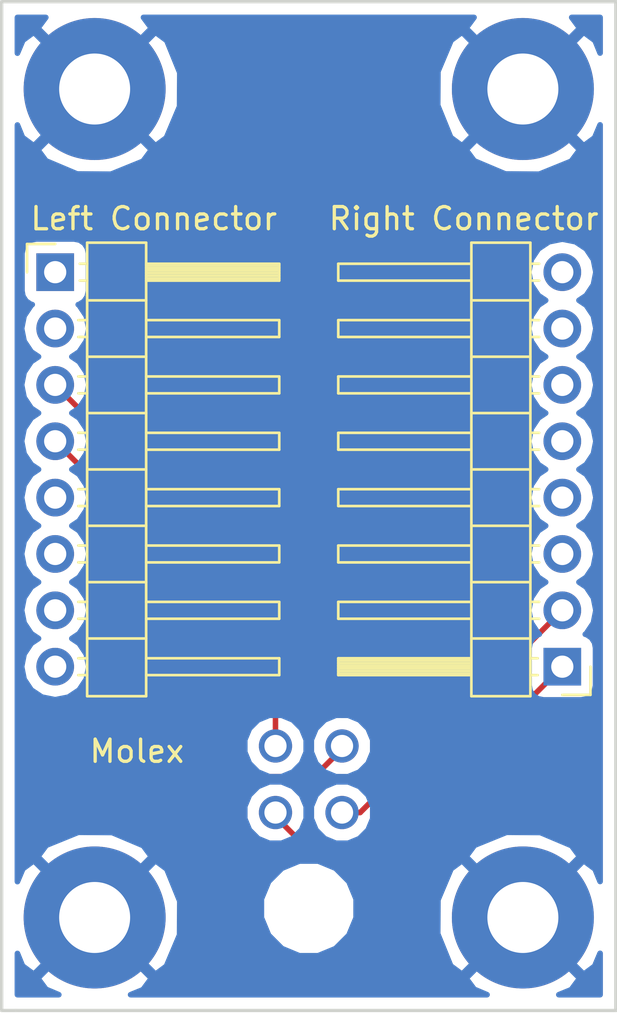
<source format=kicad_pcb>
(kicad_pcb (version 4) (host pcbnew 4.0.7)

  (general
    (links 7)
    (no_connects 0)
    (area 135.433999 77.502 163.270001 126.678)
    (thickness 1.6)
    (drawings 6)
    (tracks 16)
    (zones 0)
    (modules 7)
    (nets 18)
  )

  (page A4)
  (layers
    (0 F.Cu signal)
    (31 B.Cu signal)
    (32 B.Adhes user)
    (33 F.Adhes user)
    (34 B.Paste user)
    (35 F.Paste user)
    (36 B.SilkS user)
    (37 F.SilkS user)
    (38 B.Mask user)
    (39 F.Mask user)
    (40 Dwgs.User user)
    (41 Cmts.User user)
    (42 Eco1.User user)
    (43 Eco2.User user)
    (44 Edge.Cuts user)
    (45 Margin user)
    (46 B.CrtYd user)
    (47 F.CrtYd user)
    (48 B.Fab user)
    (49 F.Fab user)
  )

  (setup
    (last_trace_width 0.25)
    (trace_clearance 0.2)
    (zone_clearance 0.508)
    (zone_45_only no)
    (trace_min 0.2)
    (segment_width 0.2)
    (edge_width 0.15)
    (via_size 0.6)
    (via_drill 0.4)
    (via_min_size 0.4)
    (via_min_drill 0.3)
    (uvia_size 0.3)
    (uvia_drill 0.1)
    (uvias_allowed no)
    (uvia_min_size 0.2)
    (uvia_min_drill 0.1)
    (pcb_text_width 0.3)
    (pcb_text_size 1.5 1.5)
    (mod_edge_width 0.15)
    (mod_text_size 1 1)
    (mod_text_width 0.15)
    (pad_size 1.524 1.524)
    (pad_drill 0.762)
    (pad_to_mask_clearance 0.2)
    (aux_axis_origin 0 0)
    (visible_elements 7FFFFFFF)
    (pcbplotparams
      (layerselection 0x01030_80000001)
      (usegerberextensions false)
      (excludeedgelayer true)
      (linewidth 0.100000)
      (plotframeref false)
      (viasonmask false)
      (mode 1)
      (useauxorigin false)
      (hpglpennumber 1)
      (hpglpenspeed 20)
      (hpglpendiameter 15)
      (hpglpenoverlay 2)
      (psnegative false)
      (psa4output false)
      (plotreference true)
      (plotvalue false)
      (plotinvisibletext false)
      (padsonsilk false)
      (subtractmaskfromsilk false)
      (outputformat 1)
      (mirror false)
      (drillshape 0)
      (scaleselection 1)
      (outputdirectory Gerbers/))
  )

  (net 0 "")
  (net 1 "Net-(L_Conn1-Pad1)")
  (net 2 "Net-(L_Conn1-Pad2)")
  (net 3 "Net-(L_Conn1-Pad3)")
  (net 4 "Net-(L_Conn1-Pad4)")
  (net 5 "Net-(L_Conn1-Pad5)")
  (net 6 "Net-(L_Conn1-Pad6)")
  (net 7 "Net-(Molex1-Pad1)")
  (net 8 "Net-(Molex1-Pad2)")
  (net 9 "Net-(R_Conn1-Pad3)")
  (net 10 "Net-(R_Conn1-Pad4)")
  (net 11 GND)
  (net 12 "Net-(L_Conn1-Pad7)")
  (net 13 "Net-(L_Conn1-Pad8)")
  (net 14 "Net-(R_Conn1-Pad5)")
  (net 15 "Net-(R_Conn1-Pad6)")
  (net 16 "Net-(R_Conn1-Pad7)")
  (net 17 "Net-(R_Conn1-Pad8)")

  (net_class Default "This is the default net class."
    (clearance 0.2)
    (trace_width 0.25)
    (via_dia 0.6)
    (via_drill 0.4)
    (uvia_dia 0.3)
    (uvia_drill 0.1)
    (add_net GND)
    (add_net "Net-(L_Conn1-Pad1)")
    (add_net "Net-(L_Conn1-Pad2)")
    (add_net "Net-(L_Conn1-Pad3)")
    (add_net "Net-(L_Conn1-Pad4)")
    (add_net "Net-(L_Conn1-Pad5)")
    (add_net "Net-(L_Conn1-Pad6)")
    (add_net "Net-(L_Conn1-Pad7)")
    (add_net "Net-(L_Conn1-Pad8)")
    (add_net "Net-(Molex1-Pad1)")
    (add_net "Net-(Molex1-Pad2)")
    (add_net "Net-(R_Conn1-Pad3)")
    (add_net "Net-(R_Conn1-Pad4)")
    (add_net "Net-(R_Conn1-Pad5)")
    (add_net "Net-(R_Conn1-Pad6)")
    (add_net "Net-(R_Conn1-Pad7)")
    (add_net "Net-(R_Conn1-Pad8)")
  )

  (module SOAR_Library:Molex_Micro-Fit_3.0_43045-0400_2x02_P3.00mm_Horizontal (layer F.Cu) (tedit 5AEE3DC5) (tstamp 5AECA044)
    (at 149.352 124.206)
    (descr "Molex Micro-Fit 3.0 Connector System, 43045-0410 (compatible alternatives: 43045-0411, 43045-0409), 2 Pins per row (http://www.molex.com/pdm_docs/sd/430450210_sd.pdf), generated with kicad-footprint-generator")
    (tags "connector Molex Micro-Fit_3.0 top entry")
    (path /5AEC9F7F)
    (attr smd)
    (fp_text reference Molex (at -7.747 -11.684) (layer F.SilkS)
      (effects (font (size 1 1) (thickness 0.15)))
    )
    (fp_text value Conn_01x04_Male (at 0 1.397) (layer F.Fab) hide
      (effects (font (size 1 1) (thickness 0.15)))
    )
    (fp_line (start 5.4 -13) (end -5.4 -13) (layer F.CrtYd) (width 0.15))
    (fp_line (start 5.4 -3.1) (end 5.4 -13) (layer F.CrtYd) (width 0.15))
    (fp_line (start 4.3 0.5) (end 5.4 -3.1) (layer F.CrtYd) (width 0.15))
    (fp_line (start -4.3 0.5) (end 4.3 0.5) (layer F.CrtYd) (width 0.15))
    (fp_line (start -5.4 -3.2) (end -4.3 0.5) (layer F.CrtYd) (width 0.15))
    (fp_line (start -5.4 -13) (end -5.4 -3.2) (layer F.CrtYd) (width 0.15))
    (fp_line (start 0 0) (end -3.825 0) (layer F.Fab) (width 0.1))
    (fp_line (start -4.825 -3.17) (end -3.825 0) (layer F.Fab) (width 0.1))
    (fp_line (start -4.825 -9.91) (end -4.825 -3.17) (layer F.Fab) (width 0.1))
    (fp_line (start -4.825 -9.91) (end 4.825 -9.91) (layer F.Fab) (width 0.1))
    (fp_line (start 0 0) (end 3.825 0) (layer F.Fab) (width 0.1))
    (fp_line (start 4.8257 -3.17) (end 3.825 0) (layer F.Fab) (width 0.1))
    (fp_line (start 4.825 -9.91) (end 4.825 -3.17) (layer F.Fab) (width 0.1))
    (pad "" np_thru_hole circle (at 0 -4.6 180) (size 3 3) (drill 3) (layers *.Cu *.Mask))
    (pad 1 thru_hole circle (at 1.5 -8.92 180) (size 1.5 1.5) (drill 1) (layers *.Cu *.Mask)
      (net 7 "Net-(Molex1-Pad1)"))
    (pad 2 thru_hole circle (at -1.5 -8.92 180) (size 1.5 1.5) (drill 1) (layers *.Cu *.Mask)
      (net 8 "Net-(Molex1-Pad2)"))
    (pad 3 thru_hole circle (at 1.5 -11.92 180) (size 1.5 1.5) (drill 1) (layers *.Cu *.Mask)
      (net 4 "Net-(L_Conn1-Pad4)"))
    (pad 4 thru_hole circle (at -1.5 -11.92 180) (size 1.5 1.5) (drill 1) (layers *.Cu *.Mask)
      (net 3 "Net-(L_Conn1-Pad3)"))
    (model ${KISYS3DMOD}/Connector_Molex.3dshapes/Molex_Micro-Fit_3.0_43045-0410_2x02-1MP_P3.00mm_Horizontal.wrl
      (at (xyz 0 0 0))
      (scale (xyz 1 1 1))
      (rotate (xyz 0 0 0))
    )
  )

  (module Mounting_Holes:MountingHole_3.2mm_M3_Pad (layer F.Cu) (tedit 5AEE3E68) (tstamp 5AEDD096)
    (at 159.004 82.677)
    (descr "Mounting Hole 3.2mm, M3")
    (tags "mounting hole 3.2mm m3")
    (path /5AEDD0BF)
    (attr virtual)
    (fp_text reference J1 (at 0 -4.2) (layer F.SilkS) hide
      (effects (font (size 1 1) (thickness 0.15)))
    )
    (fp_text value TEST_1P (at 0 4.2) (layer F.Fab) hide
      (effects (font (size 1 1) (thickness 0.15)))
    )
    (fp_text user %R (at 0.3 0) (layer F.Fab)
      (effects (font (size 1 1) (thickness 0.15)))
    )
    (fp_circle (center 0 0) (end 3.2 0) (layer Cmts.User) (width 0.15))
    (fp_circle (center 0 0) (end 3.45 0) (layer F.CrtYd) (width 0.05))
    (pad 1 thru_hole circle (at 0 0) (size 6.4 6.4) (drill 3.2) (layers *.Cu *.Mask)
      (net 11 GND))
  )

  (module Mounting_Holes:MountingHole_3.2mm_M3_Pad (layer F.Cu) (tedit 5AEE3E5F) (tstamp 5AEDD09B)
    (at 139.7 82.677)
    (descr "Mounting Hole 3.2mm, M3")
    (tags "mounting hole 3.2mm m3")
    (path /5AEDCFB8)
    (attr virtual)
    (fp_text reference J2 (at 0 -4.2) (layer F.SilkS) hide
      (effects (font (size 1 1) (thickness 0.15)))
    )
    (fp_text value TEST_1P (at 0 4.2) (layer F.Fab) hide
      (effects (font (size 1 1) (thickness 0.15)))
    )
    (fp_text user %R (at 0.3 0) (layer F.Fab)
      (effects (font (size 1 1) (thickness 0.15)))
    )
    (fp_circle (center 0 0) (end 3.2 0) (layer Cmts.User) (width 0.15))
    (fp_circle (center 0 0) (end 3.45 0) (layer F.CrtYd) (width 0.05))
    (pad 1 thru_hole circle (at 0 0) (size 6.4 6.4) (drill 3.2) (layers *.Cu *.Mask)
      (net 11 GND))
  )

  (module Mounting_Holes:MountingHole_3.2mm_M3_Pad (layer F.Cu) (tedit 5AEE3DCE) (tstamp 5AEDD0A0)
    (at 139.7 120.015)
    (descr "Mounting Hole 3.2mm, M3")
    (tags "mounting hole 3.2mm m3")
    (path /5AEDD164)
    (attr virtual)
    (fp_text reference J3 (at 0 -4.2) (layer F.SilkS) hide
      (effects (font (size 1 1) (thickness 0.15)))
    )
    (fp_text value TEST_1P (at 0 4.2) (layer F.Fab) hide
      (effects (font (size 1 1) (thickness 0.15)))
    )
    (fp_text user %R (at 0.3 0) (layer F.Fab)
      (effects (font (size 1 1) (thickness 0.15)))
    )
    (fp_circle (center 0 0) (end 3.2 0) (layer Cmts.User) (width 0.15))
    (fp_circle (center 0 0) (end 3.45 0) (layer F.CrtYd) (width 0.05))
    (pad 1 thru_hole circle (at 0 0) (size 6.4 6.4) (drill 3.2) (layers *.Cu *.Mask)
      (net 11 GND))
  )

  (module Mounting_Holes:MountingHole_3.2mm_M3_Pad (layer F.Cu) (tedit 5AEE3DD8) (tstamp 5AEDD0A5)
    (at 159.004 120.015)
    (descr "Mounting Hole 3.2mm, M3")
    (tags "mounting hole 3.2mm m3")
    (path /5AEDD1A6)
    (attr virtual)
    (fp_text reference J4 (at 0 -4.2) (layer F.SilkS) hide
      (effects (font (size 1 1) (thickness 0.15)))
    )
    (fp_text value TEST_1P (at 0 4.2) (layer F.Fab) hide
      (effects (font (size 1 1) (thickness 0.15)))
    )
    (fp_text user %R (at 0.3 0) (layer F.Fab)
      (effects (font (size 1 1) (thickness 0.15)))
    )
    (fp_circle (center 0 0) (end 3.2 0) (layer Cmts.User) (width 0.15))
    (fp_circle (center 0 0) (end 3.45 0) (layer F.CrtYd) (width 0.05))
    (pad 1 thru_hole circle (at 0 0) (size 6.4 6.4) (drill 3.2) (layers *.Cu *.Mask)
      (net 11 GND))
  )

  (module Pin_Headers:Pin_Header_Angled_1x08_Pitch2.54mm (layer F.Cu) (tedit 5AEE3E51) (tstamp 5AEE3140)
    (at 137.922 90.932)
    (descr "Through hole angled pin header, 1x08, 2.54mm pitch, 6mm pin length, single row")
    (tags "Through hole angled pin header THT 1x08 2.54mm single row")
    (path /5AEE312A)
    (fp_text reference "Left Connector" (at 4.445 -2.413) (layer F.SilkS)
      (effects (font (size 1 1) (thickness 0.15)))
    )
    (fp_text value Conn_01x08_Male (at 4.699 20.193) (layer F.Fab) hide
      (effects (font (size 1 1) (thickness 0.15)))
    )
    (fp_line (start 2.135 -1.27) (end 4.04 -1.27) (layer F.Fab) (width 0.1))
    (fp_line (start 4.04 -1.27) (end 4.04 19.05) (layer F.Fab) (width 0.1))
    (fp_line (start 4.04 19.05) (end 1.5 19.05) (layer F.Fab) (width 0.1))
    (fp_line (start 1.5 19.05) (end 1.5 -0.635) (layer F.Fab) (width 0.1))
    (fp_line (start 1.5 -0.635) (end 2.135 -1.27) (layer F.Fab) (width 0.1))
    (fp_line (start -0.32 -0.32) (end 1.5 -0.32) (layer F.Fab) (width 0.1))
    (fp_line (start -0.32 -0.32) (end -0.32 0.32) (layer F.Fab) (width 0.1))
    (fp_line (start -0.32 0.32) (end 1.5 0.32) (layer F.Fab) (width 0.1))
    (fp_line (start 4.04 -0.32) (end 10.04 -0.32) (layer F.Fab) (width 0.1))
    (fp_line (start 10.04 -0.32) (end 10.04 0.32) (layer F.Fab) (width 0.1))
    (fp_line (start 4.04 0.32) (end 10.04 0.32) (layer F.Fab) (width 0.1))
    (fp_line (start -0.32 2.22) (end 1.5 2.22) (layer F.Fab) (width 0.1))
    (fp_line (start -0.32 2.22) (end -0.32 2.86) (layer F.Fab) (width 0.1))
    (fp_line (start -0.32 2.86) (end 1.5 2.86) (layer F.Fab) (width 0.1))
    (fp_line (start 4.04 2.22) (end 10.04 2.22) (layer F.Fab) (width 0.1))
    (fp_line (start 10.04 2.22) (end 10.04 2.86) (layer F.Fab) (width 0.1))
    (fp_line (start 4.04 2.86) (end 10.04 2.86) (layer F.Fab) (width 0.1))
    (fp_line (start -0.32 4.76) (end 1.5 4.76) (layer F.Fab) (width 0.1))
    (fp_line (start -0.32 4.76) (end -0.32 5.4) (layer F.Fab) (width 0.1))
    (fp_line (start -0.32 5.4) (end 1.5 5.4) (layer F.Fab) (width 0.1))
    (fp_line (start 4.04 4.76) (end 10.04 4.76) (layer F.Fab) (width 0.1))
    (fp_line (start 10.04 4.76) (end 10.04 5.4) (layer F.Fab) (width 0.1))
    (fp_line (start 4.04 5.4) (end 10.04 5.4) (layer F.Fab) (width 0.1))
    (fp_line (start -0.32 7.3) (end 1.5 7.3) (layer F.Fab) (width 0.1))
    (fp_line (start -0.32 7.3) (end -0.32 7.94) (layer F.Fab) (width 0.1))
    (fp_line (start -0.32 7.94) (end 1.5 7.94) (layer F.Fab) (width 0.1))
    (fp_line (start 4.04 7.3) (end 10.04 7.3) (layer F.Fab) (width 0.1))
    (fp_line (start 10.04 7.3) (end 10.04 7.94) (layer F.Fab) (width 0.1))
    (fp_line (start 4.04 7.94) (end 10.04 7.94) (layer F.Fab) (width 0.1))
    (fp_line (start -0.32 9.84) (end 1.5 9.84) (layer F.Fab) (width 0.1))
    (fp_line (start -0.32 9.84) (end -0.32 10.48) (layer F.Fab) (width 0.1))
    (fp_line (start -0.32 10.48) (end 1.5 10.48) (layer F.Fab) (width 0.1))
    (fp_line (start 4.04 9.84) (end 10.04 9.84) (layer F.Fab) (width 0.1))
    (fp_line (start 10.04 9.84) (end 10.04 10.48) (layer F.Fab) (width 0.1))
    (fp_line (start 4.04 10.48) (end 10.04 10.48) (layer F.Fab) (width 0.1))
    (fp_line (start -0.32 12.38) (end 1.5 12.38) (layer F.Fab) (width 0.1))
    (fp_line (start -0.32 12.38) (end -0.32 13.02) (layer F.Fab) (width 0.1))
    (fp_line (start -0.32 13.02) (end 1.5 13.02) (layer F.Fab) (width 0.1))
    (fp_line (start 4.04 12.38) (end 10.04 12.38) (layer F.Fab) (width 0.1))
    (fp_line (start 10.04 12.38) (end 10.04 13.02) (layer F.Fab) (width 0.1))
    (fp_line (start 4.04 13.02) (end 10.04 13.02) (layer F.Fab) (width 0.1))
    (fp_line (start -0.32 14.92) (end 1.5 14.92) (layer F.Fab) (width 0.1))
    (fp_line (start -0.32 14.92) (end -0.32 15.56) (layer F.Fab) (width 0.1))
    (fp_line (start -0.32 15.56) (end 1.5 15.56) (layer F.Fab) (width 0.1))
    (fp_line (start 4.04 14.92) (end 10.04 14.92) (layer F.Fab) (width 0.1))
    (fp_line (start 10.04 14.92) (end 10.04 15.56) (layer F.Fab) (width 0.1))
    (fp_line (start 4.04 15.56) (end 10.04 15.56) (layer F.Fab) (width 0.1))
    (fp_line (start -0.32 17.46) (end 1.5 17.46) (layer F.Fab) (width 0.1))
    (fp_line (start -0.32 17.46) (end -0.32 18.1) (layer F.Fab) (width 0.1))
    (fp_line (start -0.32 18.1) (end 1.5 18.1) (layer F.Fab) (width 0.1))
    (fp_line (start 4.04 17.46) (end 10.04 17.46) (layer F.Fab) (width 0.1))
    (fp_line (start 10.04 17.46) (end 10.04 18.1) (layer F.Fab) (width 0.1))
    (fp_line (start 4.04 18.1) (end 10.04 18.1) (layer F.Fab) (width 0.1))
    (fp_line (start 1.44 -1.33) (end 1.44 19.11) (layer F.SilkS) (width 0.12))
    (fp_line (start 1.44 19.11) (end 4.1 19.11) (layer F.SilkS) (width 0.12))
    (fp_line (start 4.1 19.11) (end 4.1 -1.33) (layer F.SilkS) (width 0.12))
    (fp_line (start 4.1 -1.33) (end 1.44 -1.33) (layer F.SilkS) (width 0.12))
    (fp_line (start 4.1 -0.38) (end 10.1 -0.38) (layer F.SilkS) (width 0.12))
    (fp_line (start 10.1 -0.38) (end 10.1 0.38) (layer F.SilkS) (width 0.12))
    (fp_line (start 10.1 0.38) (end 4.1 0.38) (layer F.SilkS) (width 0.12))
    (fp_line (start 4.1 -0.32) (end 10.1 -0.32) (layer F.SilkS) (width 0.12))
    (fp_line (start 4.1 -0.2) (end 10.1 -0.2) (layer F.SilkS) (width 0.12))
    (fp_line (start 4.1 -0.08) (end 10.1 -0.08) (layer F.SilkS) (width 0.12))
    (fp_line (start 4.1 0.04) (end 10.1 0.04) (layer F.SilkS) (width 0.12))
    (fp_line (start 4.1 0.16) (end 10.1 0.16) (layer F.SilkS) (width 0.12))
    (fp_line (start 4.1 0.28) (end 10.1 0.28) (layer F.SilkS) (width 0.12))
    (fp_line (start 1.11 -0.38) (end 1.44 -0.38) (layer F.SilkS) (width 0.12))
    (fp_line (start 1.11 0.38) (end 1.44 0.38) (layer F.SilkS) (width 0.12))
    (fp_line (start 1.44 1.27) (end 4.1 1.27) (layer F.SilkS) (width 0.12))
    (fp_line (start 4.1 2.16) (end 10.1 2.16) (layer F.SilkS) (width 0.12))
    (fp_line (start 10.1 2.16) (end 10.1 2.92) (layer F.SilkS) (width 0.12))
    (fp_line (start 10.1 2.92) (end 4.1 2.92) (layer F.SilkS) (width 0.12))
    (fp_line (start 1.042929 2.16) (end 1.44 2.16) (layer F.SilkS) (width 0.12))
    (fp_line (start 1.042929 2.92) (end 1.44 2.92) (layer F.SilkS) (width 0.12))
    (fp_line (start 1.44 3.81) (end 4.1 3.81) (layer F.SilkS) (width 0.12))
    (fp_line (start 4.1 4.7) (end 10.1 4.7) (layer F.SilkS) (width 0.12))
    (fp_line (start 10.1 4.7) (end 10.1 5.46) (layer F.SilkS) (width 0.12))
    (fp_line (start 10.1 5.46) (end 4.1 5.46) (layer F.SilkS) (width 0.12))
    (fp_line (start 1.042929 4.7) (end 1.44 4.7) (layer F.SilkS) (width 0.12))
    (fp_line (start 1.042929 5.46) (end 1.44 5.46) (layer F.SilkS) (width 0.12))
    (fp_line (start 1.44 6.35) (end 4.1 6.35) (layer F.SilkS) (width 0.12))
    (fp_line (start 4.1 7.24) (end 10.1 7.24) (layer F.SilkS) (width 0.12))
    (fp_line (start 10.1 7.24) (end 10.1 8) (layer F.SilkS) (width 0.12))
    (fp_line (start 10.1 8) (end 4.1 8) (layer F.SilkS) (width 0.12))
    (fp_line (start 1.042929 7.24) (end 1.44 7.24) (layer F.SilkS) (width 0.12))
    (fp_line (start 1.042929 8) (end 1.44 8) (layer F.SilkS) (width 0.12))
    (fp_line (start 1.44 8.89) (end 4.1 8.89) (layer F.SilkS) (width 0.12))
    (fp_line (start 4.1 9.78) (end 10.1 9.78) (layer F.SilkS) (width 0.12))
    (fp_line (start 10.1 9.78) (end 10.1 10.54) (layer F.SilkS) (width 0.12))
    (fp_line (start 10.1 10.54) (end 4.1 10.54) (layer F.SilkS) (width 0.12))
    (fp_line (start 1.042929 9.78) (end 1.44 9.78) (layer F.SilkS) (width 0.12))
    (fp_line (start 1.042929 10.54) (end 1.44 10.54) (layer F.SilkS) (width 0.12))
    (fp_line (start 1.44 11.43) (end 4.1 11.43) (layer F.SilkS) (width 0.12))
    (fp_line (start 4.1 12.32) (end 10.1 12.32) (layer F.SilkS) (width 0.12))
    (fp_line (start 10.1 12.32) (end 10.1 13.08) (layer F.SilkS) (width 0.12))
    (fp_line (start 10.1 13.08) (end 4.1 13.08) (layer F.SilkS) (width 0.12))
    (fp_line (start 1.042929 12.32) (end 1.44 12.32) (layer F.SilkS) (width 0.12))
    (fp_line (start 1.042929 13.08) (end 1.44 13.08) (layer F.SilkS) (width 0.12))
    (fp_line (start 1.44 13.97) (end 4.1 13.97) (layer F.SilkS) (width 0.12))
    (fp_line (start 4.1 14.86) (end 10.1 14.86) (layer F.SilkS) (width 0.12))
    (fp_line (start 10.1 14.86) (end 10.1 15.62) (layer F.SilkS) (width 0.12))
    (fp_line (start 10.1 15.62) (end 4.1 15.62) (layer F.SilkS) (width 0.12))
    (fp_line (start 1.042929 14.86) (end 1.44 14.86) (layer F.SilkS) (width 0.12))
    (fp_line (start 1.042929 15.62) (end 1.44 15.62) (layer F.SilkS) (width 0.12))
    (fp_line (start 1.44 16.51) (end 4.1 16.51) (layer F.SilkS) (width 0.12))
    (fp_line (start 4.1 17.4) (end 10.1 17.4) (layer F.SilkS) (width 0.12))
    (fp_line (start 10.1 17.4) (end 10.1 18.16) (layer F.SilkS) (width 0.12))
    (fp_line (start 10.1 18.16) (end 4.1 18.16) (layer F.SilkS) (width 0.12))
    (fp_line (start 1.042929 17.4) (end 1.44 17.4) (layer F.SilkS) (width 0.12))
    (fp_line (start 1.042929 18.16) (end 1.44 18.16) (layer F.SilkS) (width 0.12))
    (fp_line (start -1.27 0) (end -1.27 -1.27) (layer F.SilkS) (width 0.12))
    (fp_line (start -1.27 -1.27) (end 0 -1.27) (layer F.SilkS) (width 0.12))
    (fp_line (start -1.8 -1.8) (end -1.8 19.55) (layer F.CrtYd) (width 0.05))
    (fp_line (start -1.8 19.55) (end 10.55 19.55) (layer F.CrtYd) (width 0.05))
    (fp_line (start 10.55 19.55) (end 10.55 -1.8) (layer F.CrtYd) (width 0.05))
    (fp_line (start 10.55 -1.8) (end -1.8 -1.8) (layer F.CrtYd) (width 0.05))
    (fp_text user %R (at 2.77 8.89 90) (layer F.Fab)
      (effects (font (size 1 1) (thickness 0.15)))
    )
    (pad 1 thru_hole rect (at 0 0) (size 1.7 1.7) (drill 1) (layers *.Cu *.Mask)
      (net 1 "Net-(L_Conn1-Pad1)"))
    (pad 2 thru_hole oval (at 0 2.54) (size 1.7 1.7) (drill 1) (layers *.Cu *.Mask)
      (net 2 "Net-(L_Conn1-Pad2)"))
    (pad 3 thru_hole oval (at 0 5.08) (size 1.7 1.7) (drill 1) (layers *.Cu *.Mask)
      (net 3 "Net-(L_Conn1-Pad3)"))
    (pad 4 thru_hole oval (at 0 7.62) (size 1.7 1.7) (drill 1) (layers *.Cu *.Mask)
      (net 4 "Net-(L_Conn1-Pad4)"))
    (pad 5 thru_hole oval (at 0 10.16) (size 1.7 1.7) (drill 1) (layers *.Cu *.Mask)
      (net 5 "Net-(L_Conn1-Pad5)"))
    (pad 6 thru_hole oval (at 0 12.7) (size 1.7 1.7) (drill 1) (layers *.Cu *.Mask)
      (net 6 "Net-(L_Conn1-Pad6)"))
    (pad 7 thru_hole oval (at 0 15.24) (size 1.7 1.7) (drill 1) (layers *.Cu *.Mask)
      (net 12 "Net-(L_Conn1-Pad7)"))
    (pad 8 thru_hole oval (at 0 17.78) (size 1.7 1.7) (drill 1) (layers *.Cu *.Mask)
      (net 13 "Net-(L_Conn1-Pad8)"))
    (model ${KISYS3DMOD}/Pin_Headers.3dshapes/Pin_Header_Angled_1x08_Pitch2.54mm.wrl
      (at (xyz 0 0 0))
      (scale (xyz 1 1 1))
      (rotate (xyz 0 0 0))
    )
  )

  (module Pin_Headers:Pin_Header_Angled_1x08_Pitch2.54mm (layer F.Cu) (tedit 5AEE3E35) (tstamp 5AEE314C)
    (at 160.782 108.712 180)
    (descr "Through hole angled pin header, 1x08, 2.54mm pitch, 6mm pin length, single row")
    (tags "Through hole angled pin header THT 1x08 2.54mm single row")
    (path /5AEE31A5)
    (fp_text reference "Right Connector" (at 4.445 20.193 180) (layer F.SilkS)
      (effects (font (size 1 1) (thickness 0.15)))
    )
    (fp_text value Conn_01x08_Male (at 4.699 -2.413 180) (layer F.Fab) hide
      (effects (font (size 1 1) (thickness 0.15)))
    )
    (fp_line (start 2.135 -1.27) (end 4.04 -1.27) (layer F.Fab) (width 0.1))
    (fp_line (start 4.04 -1.27) (end 4.04 19.05) (layer F.Fab) (width 0.1))
    (fp_line (start 4.04 19.05) (end 1.5 19.05) (layer F.Fab) (width 0.1))
    (fp_line (start 1.5 19.05) (end 1.5 -0.635) (layer F.Fab) (width 0.1))
    (fp_line (start 1.5 -0.635) (end 2.135 -1.27) (layer F.Fab) (width 0.1))
    (fp_line (start -0.32 -0.32) (end 1.5 -0.32) (layer F.Fab) (width 0.1))
    (fp_line (start -0.32 -0.32) (end -0.32 0.32) (layer F.Fab) (width 0.1))
    (fp_line (start -0.32 0.32) (end 1.5 0.32) (layer F.Fab) (width 0.1))
    (fp_line (start 4.04 -0.32) (end 10.04 -0.32) (layer F.Fab) (width 0.1))
    (fp_line (start 10.04 -0.32) (end 10.04 0.32) (layer F.Fab) (width 0.1))
    (fp_line (start 4.04 0.32) (end 10.04 0.32) (layer F.Fab) (width 0.1))
    (fp_line (start -0.32 2.22) (end 1.5 2.22) (layer F.Fab) (width 0.1))
    (fp_line (start -0.32 2.22) (end -0.32 2.86) (layer F.Fab) (width 0.1))
    (fp_line (start -0.32 2.86) (end 1.5 2.86) (layer F.Fab) (width 0.1))
    (fp_line (start 4.04 2.22) (end 10.04 2.22) (layer F.Fab) (width 0.1))
    (fp_line (start 10.04 2.22) (end 10.04 2.86) (layer F.Fab) (width 0.1))
    (fp_line (start 4.04 2.86) (end 10.04 2.86) (layer F.Fab) (width 0.1))
    (fp_line (start -0.32 4.76) (end 1.5 4.76) (layer F.Fab) (width 0.1))
    (fp_line (start -0.32 4.76) (end -0.32 5.4) (layer F.Fab) (width 0.1))
    (fp_line (start -0.32 5.4) (end 1.5 5.4) (layer F.Fab) (width 0.1))
    (fp_line (start 4.04 4.76) (end 10.04 4.76) (layer F.Fab) (width 0.1))
    (fp_line (start 10.04 4.76) (end 10.04 5.4) (layer F.Fab) (width 0.1))
    (fp_line (start 4.04 5.4) (end 10.04 5.4) (layer F.Fab) (width 0.1))
    (fp_line (start -0.32 7.3) (end 1.5 7.3) (layer F.Fab) (width 0.1))
    (fp_line (start -0.32 7.3) (end -0.32 7.94) (layer F.Fab) (width 0.1))
    (fp_line (start -0.32 7.94) (end 1.5 7.94) (layer F.Fab) (width 0.1))
    (fp_line (start 4.04 7.3) (end 10.04 7.3) (layer F.Fab) (width 0.1))
    (fp_line (start 10.04 7.3) (end 10.04 7.94) (layer F.Fab) (width 0.1))
    (fp_line (start 4.04 7.94) (end 10.04 7.94) (layer F.Fab) (width 0.1))
    (fp_line (start -0.32 9.84) (end 1.5 9.84) (layer F.Fab) (width 0.1))
    (fp_line (start -0.32 9.84) (end -0.32 10.48) (layer F.Fab) (width 0.1))
    (fp_line (start -0.32 10.48) (end 1.5 10.48) (layer F.Fab) (width 0.1))
    (fp_line (start 4.04 9.84) (end 10.04 9.84) (layer F.Fab) (width 0.1))
    (fp_line (start 10.04 9.84) (end 10.04 10.48) (layer F.Fab) (width 0.1))
    (fp_line (start 4.04 10.48) (end 10.04 10.48) (layer F.Fab) (width 0.1))
    (fp_line (start -0.32 12.38) (end 1.5 12.38) (layer F.Fab) (width 0.1))
    (fp_line (start -0.32 12.38) (end -0.32 13.02) (layer F.Fab) (width 0.1))
    (fp_line (start -0.32 13.02) (end 1.5 13.02) (layer F.Fab) (width 0.1))
    (fp_line (start 4.04 12.38) (end 10.04 12.38) (layer F.Fab) (width 0.1))
    (fp_line (start 10.04 12.38) (end 10.04 13.02) (layer F.Fab) (width 0.1))
    (fp_line (start 4.04 13.02) (end 10.04 13.02) (layer F.Fab) (width 0.1))
    (fp_line (start -0.32 14.92) (end 1.5 14.92) (layer F.Fab) (width 0.1))
    (fp_line (start -0.32 14.92) (end -0.32 15.56) (layer F.Fab) (width 0.1))
    (fp_line (start -0.32 15.56) (end 1.5 15.56) (layer F.Fab) (width 0.1))
    (fp_line (start 4.04 14.92) (end 10.04 14.92) (layer F.Fab) (width 0.1))
    (fp_line (start 10.04 14.92) (end 10.04 15.56) (layer F.Fab) (width 0.1))
    (fp_line (start 4.04 15.56) (end 10.04 15.56) (layer F.Fab) (width 0.1))
    (fp_line (start -0.32 17.46) (end 1.5 17.46) (layer F.Fab) (width 0.1))
    (fp_line (start -0.32 17.46) (end -0.32 18.1) (layer F.Fab) (width 0.1))
    (fp_line (start -0.32 18.1) (end 1.5 18.1) (layer F.Fab) (width 0.1))
    (fp_line (start 4.04 17.46) (end 10.04 17.46) (layer F.Fab) (width 0.1))
    (fp_line (start 10.04 17.46) (end 10.04 18.1) (layer F.Fab) (width 0.1))
    (fp_line (start 4.04 18.1) (end 10.04 18.1) (layer F.Fab) (width 0.1))
    (fp_line (start 1.44 -1.33) (end 1.44 19.11) (layer F.SilkS) (width 0.12))
    (fp_line (start 1.44 19.11) (end 4.1 19.11) (layer F.SilkS) (width 0.12))
    (fp_line (start 4.1 19.11) (end 4.1 -1.33) (layer F.SilkS) (width 0.12))
    (fp_line (start 4.1 -1.33) (end 1.44 -1.33) (layer F.SilkS) (width 0.12))
    (fp_line (start 4.1 -0.38) (end 10.1 -0.38) (layer F.SilkS) (width 0.12))
    (fp_line (start 10.1 -0.38) (end 10.1 0.38) (layer F.SilkS) (width 0.12))
    (fp_line (start 10.1 0.38) (end 4.1 0.38) (layer F.SilkS) (width 0.12))
    (fp_line (start 4.1 -0.32) (end 10.1 -0.32) (layer F.SilkS) (width 0.12))
    (fp_line (start 4.1 -0.2) (end 10.1 -0.2) (layer F.SilkS) (width 0.12))
    (fp_line (start 4.1 -0.08) (end 10.1 -0.08) (layer F.SilkS) (width 0.12))
    (fp_line (start 4.1 0.04) (end 10.1 0.04) (layer F.SilkS) (width 0.12))
    (fp_line (start 4.1 0.16) (end 10.1 0.16) (layer F.SilkS) (width 0.12))
    (fp_line (start 4.1 0.28) (end 10.1 0.28) (layer F.SilkS) (width 0.12))
    (fp_line (start 1.11 -0.38) (end 1.44 -0.38) (layer F.SilkS) (width 0.12))
    (fp_line (start 1.11 0.38) (end 1.44 0.38) (layer F.SilkS) (width 0.12))
    (fp_line (start 1.44 1.27) (end 4.1 1.27) (layer F.SilkS) (width 0.12))
    (fp_line (start 4.1 2.16) (end 10.1 2.16) (layer F.SilkS) (width 0.12))
    (fp_line (start 10.1 2.16) (end 10.1 2.92) (layer F.SilkS) (width 0.12))
    (fp_line (start 10.1 2.92) (end 4.1 2.92) (layer F.SilkS) (width 0.12))
    (fp_line (start 1.042929 2.16) (end 1.44 2.16) (layer F.SilkS) (width 0.12))
    (fp_line (start 1.042929 2.92) (end 1.44 2.92) (layer F.SilkS) (width 0.12))
    (fp_line (start 1.44 3.81) (end 4.1 3.81) (layer F.SilkS) (width 0.12))
    (fp_line (start 4.1 4.7) (end 10.1 4.7) (layer F.SilkS) (width 0.12))
    (fp_line (start 10.1 4.7) (end 10.1 5.46) (layer F.SilkS) (width 0.12))
    (fp_line (start 10.1 5.46) (end 4.1 5.46) (layer F.SilkS) (width 0.12))
    (fp_line (start 1.042929 4.7) (end 1.44 4.7) (layer F.SilkS) (width 0.12))
    (fp_line (start 1.042929 5.46) (end 1.44 5.46) (layer F.SilkS) (width 0.12))
    (fp_line (start 1.44 6.35) (end 4.1 6.35) (layer F.SilkS) (width 0.12))
    (fp_line (start 4.1 7.24) (end 10.1 7.24) (layer F.SilkS) (width 0.12))
    (fp_line (start 10.1 7.24) (end 10.1 8) (layer F.SilkS) (width 0.12))
    (fp_line (start 10.1 8) (end 4.1 8) (layer F.SilkS) (width 0.12))
    (fp_line (start 1.042929 7.24) (end 1.44 7.24) (layer F.SilkS) (width 0.12))
    (fp_line (start 1.042929 8) (end 1.44 8) (layer F.SilkS) (width 0.12))
    (fp_line (start 1.44 8.89) (end 4.1 8.89) (layer F.SilkS) (width 0.12))
    (fp_line (start 4.1 9.78) (end 10.1 9.78) (layer F.SilkS) (width 0.12))
    (fp_line (start 10.1 9.78) (end 10.1 10.54) (layer F.SilkS) (width 0.12))
    (fp_line (start 10.1 10.54) (end 4.1 10.54) (layer F.SilkS) (width 0.12))
    (fp_line (start 1.042929 9.78) (end 1.44 9.78) (layer F.SilkS) (width 0.12))
    (fp_line (start 1.042929 10.54) (end 1.44 10.54) (layer F.SilkS) (width 0.12))
    (fp_line (start 1.44 11.43) (end 4.1 11.43) (layer F.SilkS) (width 0.12))
    (fp_line (start 4.1 12.32) (end 10.1 12.32) (layer F.SilkS) (width 0.12))
    (fp_line (start 10.1 12.32) (end 10.1 13.08) (layer F.SilkS) (width 0.12))
    (fp_line (start 10.1 13.08) (end 4.1 13.08) (layer F.SilkS) (width 0.12))
    (fp_line (start 1.042929 12.32) (end 1.44 12.32) (layer F.SilkS) (width 0.12))
    (fp_line (start 1.042929 13.08) (end 1.44 13.08) (layer F.SilkS) (width 0.12))
    (fp_line (start 1.44 13.97) (end 4.1 13.97) (layer F.SilkS) (width 0.12))
    (fp_line (start 4.1 14.86) (end 10.1 14.86) (layer F.SilkS) (width 0.12))
    (fp_line (start 10.1 14.86) (end 10.1 15.62) (layer F.SilkS) (width 0.12))
    (fp_line (start 10.1 15.62) (end 4.1 15.62) (layer F.SilkS) (width 0.12))
    (fp_line (start 1.042929 14.86) (end 1.44 14.86) (layer F.SilkS) (width 0.12))
    (fp_line (start 1.042929 15.62) (end 1.44 15.62) (layer F.SilkS) (width 0.12))
    (fp_line (start 1.44 16.51) (end 4.1 16.51) (layer F.SilkS) (width 0.12))
    (fp_line (start 4.1 17.4) (end 10.1 17.4) (layer F.SilkS) (width 0.12))
    (fp_line (start 10.1 17.4) (end 10.1 18.16) (layer F.SilkS) (width 0.12))
    (fp_line (start 10.1 18.16) (end 4.1 18.16) (layer F.SilkS) (width 0.12))
    (fp_line (start 1.042929 17.4) (end 1.44 17.4) (layer F.SilkS) (width 0.12))
    (fp_line (start 1.042929 18.16) (end 1.44 18.16) (layer F.SilkS) (width 0.12))
    (fp_line (start -1.27 0) (end -1.27 -1.27) (layer F.SilkS) (width 0.12))
    (fp_line (start -1.27 -1.27) (end 0 -1.27) (layer F.SilkS) (width 0.12))
    (fp_line (start -1.8 -1.8) (end -1.8 19.55) (layer F.CrtYd) (width 0.05))
    (fp_line (start -1.8 19.55) (end 10.55 19.55) (layer F.CrtYd) (width 0.05))
    (fp_line (start 10.55 19.55) (end 10.55 -1.8) (layer F.CrtYd) (width 0.05))
    (fp_line (start 10.55 -1.8) (end -1.8 -1.8) (layer F.CrtYd) (width 0.05))
    (fp_text user %R (at 2.77 8.89 270) (layer F.Fab)
      (effects (font (size 1 1) (thickness 0.15)))
    )
    (pad 1 thru_hole rect (at 0 0 180) (size 1.7 1.7) (drill 1) (layers *.Cu *.Mask)
      (net 8 "Net-(Molex1-Pad2)"))
    (pad 2 thru_hole oval (at 0 2.54 180) (size 1.7 1.7) (drill 1) (layers *.Cu *.Mask)
      (net 7 "Net-(Molex1-Pad1)"))
    (pad 3 thru_hole oval (at 0 5.08 180) (size 1.7 1.7) (drill 1) (layers *.Cu *.Mask)
      (net 9 "Net-(R_Conn1-Pad3)"))
    (pad 4 thru_hole oval (at 0 7.62 180) (size 1.7 1.7) (drill 1) (layers *.Cu *.Mask)
      (net 10 "Net-(R_Conn1-Pad4)"))
    (pad 5 thru_hole oval (at 0 10.16 180) (size 1.7 1.7) (drill 1) (layers *.Cu *.Mask)
      (net 14 "Net-(R_Conn1-Pad5)"))
    (pad 6 thru_hole oval (at 0 12.7 180) (size 1.7 1.7) (drill 1) (layers *.Cu *.Mask)
      (net 15 "Net-(R_Conn1-Pad6)"))
    (pad 7 thru_hole oval (at 0 15.24 180) (size 1.7 1.7) (drill 1) (layers *.Cu *.Mask)
      (net 16 "Net-(R_Conn1-Pad7)"))
    (pad 8 thru_hole oval (at 0 17.78 180) (size 1.7 1.7) (drill 1) (layers *.Cu *.Mask)
      (net 17 "Net-(R_Conn1-Pad8)"))
    (model ${KISYS3DMOD}/Pin_Headers.3dshapes/Pin_Header_Angled_1x08_Pitch2.54mm.wrl
      (at (xyz 0 0 0))
      (scale (xyz 1 1 1))
      (rotate (xyz 0 0 0))
    )
  )

  (gr_line (start 135.509 124.206) (end 135.509 124.079) (angle 90) (layer Edge.Cuts) (width 0.15))
  (gr_line (start 136.144 124.206) (end 135.509 124.206) (angle 90) (layer Edge.Cuts) (width 0.15))
  (gr_line (start 135.509 78.74) (end 135.509 124.206) (angle 90) (layer Edge.Cuts) (width 0.15))
  (gr_line (start 163.195 78.74) (end 135.509 78.74) (angle 90) (layer Edge.Cuts) (width 0.15))
  (gr_line (start 163.195 124.206) (end 163.195 78.74) (angle 90) (layer Edge.Cuts) (width 0.15))
  (gr_line (start 136.144 124.206) (end 163.195 124.206) (angle 90) (layer Edge.Cuts) (width 0.15))

  (segment (start 147.852 112.286) (end 147.852 105.942) (width 0.25) (layer F.Cu) (net 3))
  (segment (start 147.852 105.942) (end 137.922 96.012) (width 0.25) (layer F.Cu) (net 3) (tstamp 5AEE4574))
  (segment (start 150.852 112.286) (end 150.852 112.419) (width 0.25) (layer F.Cu) (net 4))
  (segment (start 150.852 112.419) (end 149.606 113.665) (width 0.25) (layer F.Cu) (net 4) (tstamp 5AEE4578))
  (segment (start 149.606 113.665) (end 146.304 113.665) (width 0.25) (layer F.Cu) (net 4) (tstamp 5AEE4579))
  (segment (start 146.304 113.665) (end 141.859 109.22) (width 0.25) (layer F.Cu) (net 4) (tstamp 5AEE457B))
  (segment (start 141.859 109.22) (end 141.859 102.489) (width 0.25) (layer F.Cu) (net 4) (tstamp 5AEE457D))
  (segment (start 141.859 102.489) (end 137.922 98.552) (width 0.25) (layer F.Cu) (net 4) (tstamp 5AEE457F))
  (segment (start 150.852 112.032) (end 150.852 112.038) (width 0.25) (layer F.Cu) (net 4))
  (segment (start 150.852 115.286) (end 151.668 115.286) (width 0.25) (layer F.Cu) (net 7))
  (segment (start 151.668 115.286) (end 160.782 106.172) (width 0.25) (layer F.Cu) (net 7) (tstamp 5AEE4566))
  (segment (start 147.852 115.286) (end 147.852 115.467) (width 0.25) (layer F.Cu) (net 8))
  (segment (start 147.852 115.467) (end 149.479 117.094) (width 0.25) (layer F.Cu) (net 8) (tstamp 5AEE4569))
  (segment (start 149.479 117.094) (end 152.4 117.094) (width 0.25) (layer F.Cu) (net 8) (tstamp 5AEE456A))
  (segment (start 152.4 117.094) (end 160.782 108.712) (width 0.25) (layer F.Cu) (net 8) (tstamp 5AEE456C))
  (segment (start 147.852 115.032) (end 148.052 115.032) (width 0.25) (layer F.Cu) (net 8))

  (zone (net 11) (net_name GND) (layer B.Cu) (tstamp 5AEE45AC) (hatch edge 0.508)
    (connect_pads (clearance 0.508))
    (min_thickness 0.254)
    (fill yes (arc_segments 16) (thermal_gap 0.508) (thermal_bridge_width 0.508))
    (polygon
      (pts
        (xy 163.195 124.206) (xy 135.509 124.206) (xy 135.509 78.74) (xy 163.195 78.74)
      )
    )
    (filled_polygon
      (pts
        (xy 137.138695 79.93609) (xy 139.7 82.497395) (xy 142.261305 79.93609) (xy 141.90128 79.45) (xy 156.80272 79.45)
        (xy 156.442695 79.93609) (xy 159.004 82.497395) (xy 161.565305 79.93609) (xy 161.20528 79.45) (xy 162.485 79.45)
        (xy 162.485 81.056382) (xy 162.269819 80.526754) (xy 162.240343 80.48264) (xy 161.74491 80.115695) (xy 159.183605 82.677)
        (xy 161.74491 85.238305) (xy 162.240343 84.87136) (xy 162.485 84.291857) (xy 162.485 118.394382) (xy 162.269819 117.864754)
        (xy 162.240343 117.82064) (xy 161.74491 117.453695) (xy 159.183605 120.015) (xy 161.74491 122.576305) (xy 162.240343 122.20936)
        (xy 162.485 121.629857) (xy 162.485 123.496) (xy 160.624618 123.496) (xy 161.154246 123.280819) (xy 161.19836 123.251343)
        (xy 161.565305 122.75591) (xy 159.004 120.194605) (xy 156.442695 122.75591) (xy 156.80964 123.251343) (xy 157.389143 123.496)
        (xy 141.320618 123.496) (xy 141.850246 123.280819) (xy 141.89436 123.251343) (xy 142.261305 122.75591) (xy 139.7 120.194605)
        (xy 137.138695 122.75591) (xy 137.50564 123.251343) (xy 138.085143 123.496) (xy 136.219 123.496) (xy 136.219 121.635618)
        (xy 136.434181 122.165246) (xy 136.463657 122.20936) (xy 136.95909 122.576305) (xy 139.520395 120.015) (xy 139.879605 120.015)
        (xy 142.44091 122.576305) (xy 142.936343 122.20936) (xy 143.529736 120.803829) (xy 143.534994 120.028815) (xy 147.21663 120.028815)
        (xy 147.54098 120.8138) (xy 148.141041 121.414909) (xy 148.925459 121.740628) (xy 149.774815 121.74137) (xy 150.5598 121.41702)
        (xy 151.160909 120.816959) (xy 151.187968 120.751793) (xy 155.163913 120.751793) (xy 155.738181 122.165246) (xy 155.767657 122.20936)
        (xy 156.26309 122.576305) (xy 158.824395 120.015) (xy 156.26309 117.453695) (xy 155.767657 117.82064) (xy 155.174264 119.226171)
        (xy 155.163913 120.751793) (xy 151.187968 120.751793) (xy 151.486628 120.032541) (xy 151.48737 119.183185) (xy 151.16302 118.3982)
        (xy 150.562959 117.797091) (xy 149.778541 117.471372) (xy 148.929185 117.47063) (xy 148.1442 117.79498) (xy 147.543091 118.395041)
        (xy 147.217372 119.179459) (xy 147.21663 120.028815) (xy 143.534994 120.028815) (xy 143.540087 119.278207) (xy 142.965819 117.864754)
        (xy 142.936343 117.82064) (xy 142.44091 117.453695) (xy 139.879605 120.015) (xy 139.520395 120.015) (xy 136.95909 117.453695)
        (xy 136.463657 117.82064) (xy 136.219 118.400143) (xy 136.219 117.27409) (xy 137.138695 117.27409) (xy 139.7 119.835395)
        (xy 142.261305 117.27409) (xy 156.442695 117.27409) (xy 159.004 119.835395) (xy 161.565305 117.27409) (xy 161.19836 116.778657)
        (xy 159.792829 116.185264) (xy 158.267207 116.174913) (xy 156.853754 116.749181) (xy 156.80964 116.778657) (xy 156.442695 117.27409)
        (xy 142.261305 117.27409) (xy 141.89436 116.778657) (xy 140.488829 116.185264) (xy 138.963207 116.174913) (xy 137.549754 116.749181)
        (xy 137.50564 116.778657) (xy 137.138695 117.27409) (xy 136.219 117.27409) (xy 136.219 115.560285) (xy 146.46676 115.560285)
        (xy 146.677169 116.069515) (xy 147.066436 116.459461) (xy 147.575298 116.670759) (xy 148.126285 116.67124) (xy 148.635515 116.460831)
        (xy 149.025461 116.071564) (xy 149.236759 115.562702) (xy 149.236761 115.560285) (xy 149.46676 115.560285) (xy 149.677169 116.069515)
        (xy 150.066436 116.459461) (xy 150.575298 116.670759) (xy 151.126285 116.67124) (xy 151.635515 116.460831) (xy 152.025461 116.071564)
        (xy 152.236759 115.562702) (xy 152.23724 115.011715) (xy 152.026831 114.502485) (xy 151.637564 114.112539) (xy 151.128702 113.901241)
        (xy 150.577715 113.90076) (xy 150.068485 114.111169) (xy 149.678539 114.500436) (xy 149.467241 115.009298) (xy 149.46676 115.560285)
        (xy 149.236761 115.560285) (xy 149.23724 115.011715) (xy 149.026831 114.502485) (xy 148.637564 114.112539) (xy 148.128702 113.901241)
        (xy 147.577715 113.90076) (xy 147.068485 114.111169) (xy 146.678539 114.500436) (xy 146.467241 115.009298) (xy 146.46676 115.560285)
        (xy 136.219 115.560285) (xy 136.219 112.560285) (xy 146.46676 112.560285) (xy 146.677169 113.069515) (xy 147.066436 113.459461)
        (xy 147.575298 113.670759) (xy 148.126285 113.67124) (xy 148.635515 113.460831) (xy 149.025461 113.071564) (xy 149.236759 112.562702)
        (xy 149.236761 112.560285) (xy 149.46676 112.560285) (xy 149.677169 113.069515) (xy 150.066436 113.459461) (xy 150.575298 113.670759)
        (xy 151.126285 113.67124) (xy 151.635515 113.460831) (xy 152.025461 113.071564) (xy 152.236759 112.562702) (xy 152.23724 112.011715)
        (xy 152.026831 111.502485) (xy 151.637564 111.112539) (xy 151.128702 110.901241) (xy 150.577715 110.90076) (xy 150.068485 111.111169)
        (xy 149.678539 111.500436) (xy 149.467241 112.009298) (xy 149.46676 112.560285) (xy 149.236761 112.560285) (xy 149.23724 112.011715)
        (xy 149.026831 111.502485) (xy 148.637564 111.112539) (xy 148.128702 110.901241) (xy 147.577715 110.90076) (xy 147.068485 111.111169)
        (xy 146.678539 111.500436) (xy 146.467241 112.009298) (xy 146.46676 112.560285) (xy 136.219 112.560285) (xy 136.219 93.472)
        (xy 136.407907 93.472) (xy 136.520946 94.040285) (xy 136.842853 94.522054) (xy 137.172026 94.742) (xy 136.842853 94.961946)
        (xy 136.520946 95.443715) (xy 136.407907 96.012) (xy 136.520946 96.580285) (xy 136.842853 97.062054) (xy 137.172026 97.282)
        (xy 136.842853 97.501946) (xy 136.520946 97.983715) (xy 136.407907 98.552) (xy 136.520946 99.120285) (xy 136.842853 99.602054)
        (xy 137.172026 99.822) (xy 136.842853 100.041946) (xy 136.520946 100.523715) (xy 136.407907 101.092) (xy 136.520946 101.660285)
        (xy 136.842853 102.142054) (xy 137.172026 102.362) (xy 136.842853 102.581946) (xy 136.520946 103.063715) (xy 136.407907 103.632)
        (xy 136.520946 104.200285) (xy 136.842853 104.682054) (xy 137.172026 104.902) (xy 136.842853 105.121946) (xy 136.520946 105.603715)
        (xy 136.407907 106.172) (xy 136.520946 106.740285) (xy 136.842853 107.222054) (xy 137.172026 107.442) (xy 136.842853 107.661946)
        (xy 136.520946 108.143715) (xy 136.407907 108.712) (xy 136.520946 109.280285) (xy 136.842853 109.762054) (xy 137.324622 110.083961)
        (xy 137.892907 110.197) (xy 137.951093 110.197) (xy 138.519378 110.083961) (xy 139.001147 109.762054) (xy 139.323054 109.280285)
        (xy 139.436093 108.712) (xy 139.323054 108.143715) (xy 139.001147 107.661946) (xy 138.671974 107.442) (xy 139.001147 107.222054)
        (xy 139.323054 106.740285) (xy 139.436093 106.172) (xy 139.323054 105.603715) (xy 139.001147 105.121946) (xy 138.671974 104.902)
        (xy 139.001147 104.682054) (xy 139.323054 104.200285) (xy 139.436093 103.632) (xy 139.323054 103.063715) (xy 139.001147 102.581946)
        (xy 138.671974 102.362) (xy 139.001147 102.142054) (xy 139.323054 101.660285) (xy 139.436093 101.092) (xy 139.323054 100.523715)
        (xy 139.001147 100.041946) (xy 138.671974 99.822) (xy 139.001147 99.602054) (xy 139.323054 99.120285) (xy 139.436093 98.552)
        (xy 139.323054 97.983715) (xy 139.001147 97.501946) (xy 138.671974 97.282) (xy 139.001147 97.062054) (xy 139.323054 96.580285)
        (xy 139.436093 96.012) (xy 139.323054 95.443715) (xy 139.001147 94.961946) (xy 138.671974 94.742) (xy 139.001147 94.522054)
        (xy 139.323054 94.040285) (xy 139.436093 93.472) (xy 139.323054 92.903715) (xy 139.001147 92.421946) (xy 138.959548 92.39415)
        (xy 139.007317 92.385162) (xy 139.223441 92.24609) (xy 139.368431 92.03389) (xy 139.41944 91.782) (xy 139.41944 90.932)
        (xy 159.267907 90.932) (xy 159.380946 91.500285) (xy 159.702853 91.982054) (xy 160.032026 92.202) (xy 159.702853 92.421946)
        (xy 159.380946 92.903715) (xy 159.267907 93.472) (xy 159.380946 94.040285) (xy 159.702853 94.522054) (xy 160.032026 94.742)
        (xy 159.702853 94.961946) (xy 159.380946 95.443715) (xy 159.267907 96.012) (xy 159.380946 96.580285) (xy 159.702853 97.062054)
        (xy 160.032026 97.282) (xy 159.702853 97.501946) (xy 159.380946 97.983715) (xy 159.267907 98.552) (xy 159.380946 99.120285)
        (xy 159.702853 99.602054) (xy 160.032026 99.822) (xy 159.702853 100.041946) (xy 159.380946 100.523715) (xy 159.267907 101.092)
        (xy 159.380946 101.660285) (xy 159.702853 102.142054) (xy 160.032026 102.362) (xy 159.702853 102.581946) (xy 159.380946 103.063715)
        (xy 159.267907 103.632) (xy 159.380946 104.200285) (xy 159.702853 104.682054) (xy 160.032026 104.902) (xy 159.702853 105.121946)
        (xy 159.380946 105.603715) (xy 159.267907 106.172) (xy 159.380946 106.740285) (xy 159.702853 107.222054) (xy 159.744452 107.24985)
        (xy 159.696683 107.258838) (xy 159.480559 107.39791) (xy 159.335569 107.61011) (xy 159.28456 107.862) (xy 159.28456 109.562)
        (xy 159.328838 109.797317) (xy 159.46791 110.013441) (xy 159.68011 110.158431) (xy 159.932 110.20944) (xy 161.632 110.20944)
        (xy 161.867317 110.165162) (xy 162.083441 110.02609) (xy 162.228431 109.81389) (xy 162.27944 109.562) (xy 162.27944 107.862)
        (xy 162.235162 107.626683) (xy 162.09609 107.410559) (xy 161.88389 107.265569) (xy 161.816459 107.251914) (xy 161.861147 107.222054)
        (xy 162.183054 106.740285) (xy 162.296093 106.172) (xy 162.183054 105.603715) (xy 161.861147 105.121946) (xy 161.531974 104.902)
        (xy 161.861147 104.682054) (xy 162.183054 104.200285) (xy 162.296093 103.632) (xy 162.183054 103.063715) (xy 161.861147 102.581946)
        (xy 161.531974 102.362) (xy 161.861147 102.142054) (xy 162.183054 101.660285) (xy 162.296093 101.092) (xy 162.183054 100.523715)
        (xy 161.861147 100.041946) (xy 161.531974 99.822) (xy 161.861147 99.602054) (xy 162.183054 99.120285) (xy 162.296093 98.552)
        (xy 162.183054 97.983715) (xy 161.861147 97.501946) (xy 161.531974 97.282) (xy 161.861147 97.062054) (xy 162.183054 96.580285)
        (xy 162.296093 96.012) (xy 162.183054 95.443715) (xy 161.861147 94.961946) (xy 161.531974 94.742) (xy 161.861147 94.522054)
        (xy 162.183054 94.040285) (xy 162.296093 93.472) (xy 162.183054 92.903715) (xy 161.861147 92.421946) (xy 161.531974 92.202)
        (xy 161.861147 91.982054) (xy 162.183054 91.500285) (xy 162.296093 90.932) (xy 162.183054 90.363715) (xy 161.861147 89.881946)
        (xy 161.379378 89.560039) (xy 160.811093 89.447) (xy 160.752907 89.447) (xy 160.184622 89.560039) (xy 159.702853 89.881946)
        (xy 159.380946 90.363715) (xy 159.267907 90.932) (xy 139.41944 90.932) (xy 139.41944 90.082) (xy 139.375162 89.846683)
        (xy 139.23609 89.630559) (xy 139.02389 89.485569) (xy 138.772 89.43456) (xy 137.072 89.43456) (xy 136.836683 89.478838)
        (xy 136.620559 89.61791) (xy 136.475569 89.83011) (xy 136.42456 90.082) (xy 136.42456 91.782) (xy 136.468838 92.017317)
        (xy 136.60791 92.233441) (xy 136.82011 92.378431) (xy 136.887541 92.392086) (xy 136.842853 92.421946) (xy 136.520946 92.903715)
        (xy 136.407907 93.472) (xy 136.219 93.472) (xy 136.219 85.41791) (xy 137.138695 85.41791) (xy 137.50564 85.913343)
        (xy 138.911171 86.506736) (xy 140.436793 86.517087) (xy 141.850246 85.942819) (xy 141.89436 85.913343) (xy 142.261305 85.41791)
        (xy 156.442695 85.41791) (xy 156.80964 85.913343) (xy 158.215171 86.506736) (xy 159.740793 86.517087) (xy 161.154246 85.942819)
        (xy 161.19836 85.913343) (xy 161.565305 85.41791) (xy 159.004 82.856605) (xy 156.442695 85.41791) (xy 142.261305 85.41791)
        (xy 139.7 82.856605) (xy 137.138695 85.41791) (xy 136.219 85.41791) (xy 136.219 84.297618) (xy 136.434181 84.827246)
        (xy 136.463657 84.87136) (xy 136.95909 85.238305) (xy 139.520395 82.677) (xy 139.879605 82.677) (xy 142.44091 85.238305)
        (xy 142.936343 84.87136) (xy 143.529736 83.465829) (xy 143.530089 83.413793) (xy 155.163913 83.413793) (xy 155.738181 84.827246)
        (xy 155.767657 84.87136) (xy 156.26309 85.238305) (xy 158.824395 82.677) (xy 156.26309 80.115695) (xy 155.767657 80.48264)
        (xy 155.174264 81.888171) (xy 155.163913 83.413793) (xy 143.530089 83.413793) (xy 143.540087 81.940207) (xy 142.965819 80.526754)
        (xy 142.936343 80.48264) (xy 142.44091 80.115695) (xy 139.879605 82.677) (xy 139.520395 82.677) (xy 136.95909 80.115695)
        (xy 136.463657 80.48264) (xy 136.219 81.062143) (xy 136.219 79.45) (xy 137.49872 79.45)
      )
    )
  )
)

</source>
